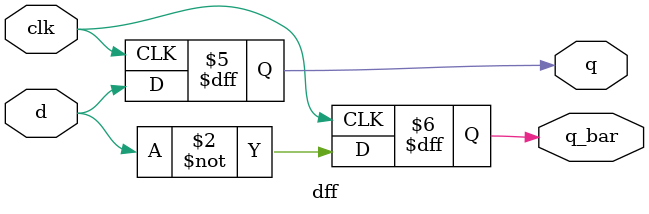
<source format=v>
`default_nettype none
module dff (
    input wire clk,    // Clock signal
    input wire d,      // Data input
    output reg q = 1,      // Output signal
    output reg q_bar = 0   // Inverted output signal
);

    // On the rising edge of the clock, capture the input
    always @(posedge clk) begin
        q <= d;
        q_bar <= ~d;
    end

endmodule


</source>
